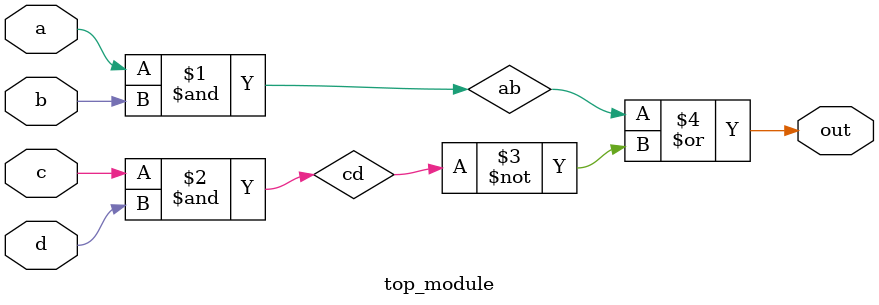
<source format=sv>
module top_module (
    input a, 
    input b,
    input c,
    input d,
    output out
);
    // Implement the circuit described by the Karnaugh map
    
    // Intermediate signals
    wire ab;
    wire cd;
    
    // Assign signals
    assign ab = a & b;
    assign cd = c & d;
    
    // Output equation
    assign out = ab | ~cd;
    
endmodule

</source>
